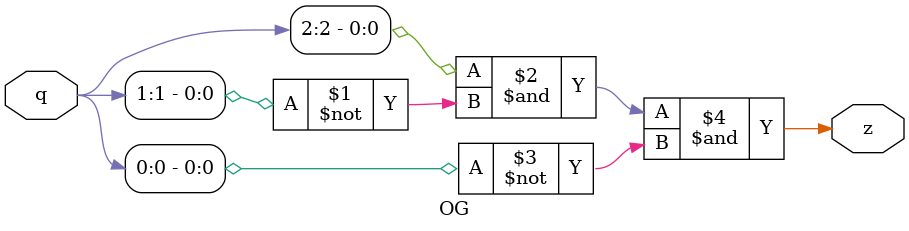
<source format=v>
module OG
(
	input [2:0] q,
	output  z
);

 assign z = q[2] & ~q[1] & ~q[0];

endmodule

</source>
